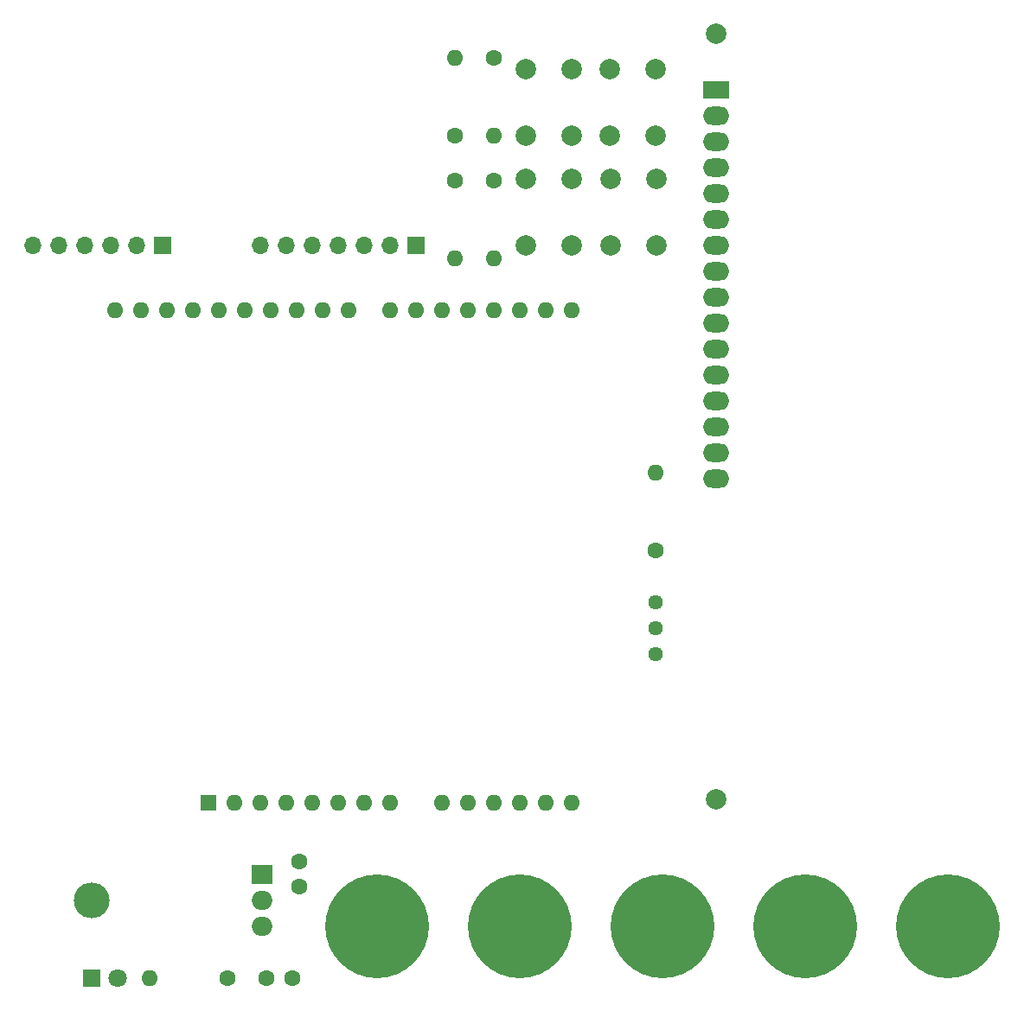
<source format=gbr>
%TF.GenerationSoftware,KiCad,Pcbnew,(5.1.9)-1*%
%TF.CreationDate,2021-06-15T00:37:41-03:00*%
%TF.ProjectId,assert,61737365-7274-42e6-9b69-6361645f7063,rev?*%
%TF.SameCoordinates,Original*%
%TF.FileFunction,Soldermask,Bot*%
%TF.FilePolarity,Negative*%
%FSLAX46Y46*%
G04 Gerber Fmt 4.6, Leading zero omitted, Abs format (unit mm)*
G04 Created by KiCad (PCBNEW (5.1.9)-1) date 2021-06-15 00:37:41*
%MOMM*%
%LPD*%
G01*
G04 APERTURE LIST*
%ADD10C,2.000000*%
%ADD11O,2.600000X1.800000*%
%ADD12R,2.600000X1.800000*%
%ADD13O,1.600000X1.600000*%
%ADD14R,1.600000X1.600000*%
%ADD15C,10.160000*%
%ADD16O,1.700000X1.700000*%
%ADD17R,1.700000X1.700000*%
%ADD18O,2.000000X1.905000*%
%ADD19R,2.000000X1.905000*%
%ADD20O,3.500000X3.500000*%
%ADD21C,1.440000*%
%ADD22C,1.600000*%
%ADD23C,1.800000*%
%ADD24R,1.800000X1.800000*%
G04 APERTURE END LIST*
D10*
%TO.C,U2*%
X70080000Y-78425000D03*
X70080000Y-3425900D03*
D11*
X70080000Y-47025000D03*
X70080000Y-44485000D03*
X70080000Y-41945000D03*
X70080000Y-39405000D03*
X70080000Y-36865000D03*
X70080000Y-34325000D03*
X70080000Y-31785000D03*
X70080000Y-29245000D03*
X70080000Y-26705000D03*
X70080000Y-24165000D03*
X70080000Y-21625000D03*
X70080000Y-19085000D03*
X70080000Y-16545000D03*
X70080000Y-14005000D03*
X70080000Y-11465000D03*
D12*
X70080000Y-8925000D03*
%TD*%
D13*
%TO.C,A1*%
X53340000Y-30480000D03*
X55880000Y-30480000D03*
X16260000Y-30480000D03*
X55880000Y-78740000D03*
X18800000Y-30480000D03*
X53340000Y-78740000D03*
X21340000Y-30480000D03*
X50800000Y-78740000D03*
X23880000Y-30480000D03*
X48260000Y-78740000D03*
X26420000Y-30480000D03*
X45720000Y-78740000D03*
X28960000Y-30480000D03*
X43180000Y-78740000D03*
X31500000Y-30480000D03*
X38100000Y-78740000D03*
X34040000Y-30480000D03*
X35560000Y-78740000D03*
X38100000Y-30480000D03*
X33020000Y-78740000D03*
X40640000Y-30480000D03*
X30480000Y-78740000D03*
X43180000Y-30480000D03*
X27940000Y-78740000D03*
X45720000Y-30480000D03*
X25400000Y-78740000D03*
X48260000Y-30480000D03*
X22860000Y-78740000D03*
X50800000Y-30480000D03*
D14*
X20320000Y-78740000D03*
D13*
X13720000Y-30480000D03*
X11180000Y-30480000D03*
%TD*%
D15*
%TO.C,J5*%
X92710000Y-90805000D03*
%TD*%
%TO.C,J4*%
X78740000Y-90805000D03*
%TD*%
D16*
%TO.C,J9*%
X25400000Y-24130000D03*
X27940000Y-24130000D03*
X30480000Y-24130000D03*
X33020000Y-24130000D03*
X35560000Y-24130000D03*
X38100000Y-24130000D03*
D17*
X40640000Y-24130000D03*
%TD*%
D18*
%TO.C,U1*%
X25550000Y-90805000D03*
X25550000Y-88265000D03*
D19*
X25550000Y-85725000D03*
D20*
X8890000Y-88265000D03*
%TD*%
D10*
%TO.C,SW4*%
X59635000Y-13335000D03*
X64135000Y-13335000D03*
X59635000Y-6835000D03*
X64135000Y-6835000D03*
%TD*%
%TO.C,SW3*%
X51435000Y-13335000D03*
X55935000Y-13335000D03*
X51435000Y-6835000D03*
X55935000Y-6835000D03*
%TD*%
%TO.C,SW2*%
X51435000Y-24130000D03*
X55935000Y-24130000D03*
X51435000Y-17630000D03*
X55935000Y-17630000D03*
%TD*%
%TO.C,SW1*%
X64190000Y-17630000D03*
X59690000Y-17630000D03*
X64190000Y-24130000D03*
X59690000Y-24130000D03*
%TD*%
D21*
%TO.C,RV1*%
X64135000Y-64135000D03*
X64135000Y-61595000D03*
X64135000Y-59055000D03*
%TD*%
D13*
%TO.C,R6*%
X64135000Y-46355000D03*
D22*
X64135000Y-53975000D03*
%TD*%
D13*
%TO.C,R5*%
X44450000Y-5715000D03*
D22*
X44450000Y-13335000D03*
%TD*%
D13*
%TO.C,R4*%
X44450000Y-25400000D03*
D22*
X44450000Y-17780000D03*
%TD*%
D13*
%TO.C,R3*%
X48260000Y-13335000D03*
D22*
X48260000Y-5715000D03*
%TD*%
D13*
%TO.C,R2*%
X48260000Y-25400000D03*
D22*
X48260000Y-17780000D03*
%TD*%
D13*
%TO.C,R1*%
X14605000Y-95885000D03*
D22*
X22225000Y-95885000D03*
%TD*%
D16*
%TO.C,J8*%
X3175000Y-24130000D03*
X5715000Y-24130000D03*
X8255000Y-24130000D03*
X10795000Y-24130000D03*
X13335000Y-24130000D03*
D17*
X15875000Y-24130000D03*
%TD*%
D15*
%TO.C,J3*%
X64770000Y-90805000D03*
%TD*%
%TO.C,J2*%
X50800000Y-90805000D03*
%TD*%
%TO.C,J1*%
X36830000Y-90805000D03*
%TD*%
D23*
%TO.C,D1*%
X11430000Y-95885000D03*
D24*
X8890000Y-95885000D03*
%TD*%
D22*
%TO.C,C2*%
X28535000Y-95885000D03*
X26035000Y-95885000D03*
%TD*%
%TO.C,C1*%
X29210000Y-86955000D03*
X29210000Y-84455000D03*
%TD*%
M02*

</source>
